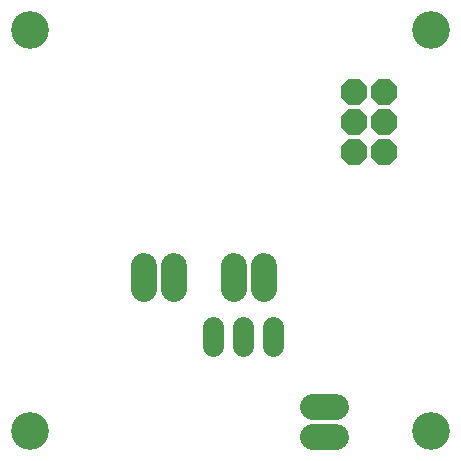
<source format=gbr>
G04 EAGLE Gerber RS-274X export*
G75*
%MOMM*%
%FSLAX34Y34*%
%LPD*%
%INSoldermask Bottom*%
%IPPOS*%
%AMOC8*
5,1,8,0,0,1.08239X$1,22.5*%
G01*
G04 Define Apertures*
%ADD10C,3.203200*%
%ADD11P,2.40204X8X112.5*%
%ADD12C,2.219200*%
%ADD13C,1.803200*%
D10*
X30000Y30000D03*
X370000Y370000D03*
X370000Y30000D03*
X30000Y370000D03*
D11*
X304800Y266700D03*
X330200Y266700D03*
X304800Y292100D03*
X330200Y292100D03*
X304800Y317500D03*
X330200Y317500D03*
D12*
X203200Y170080D02*
X203200Y149920D01*
X228600Y149920D02*
X228600Y170080D01*
X127000Y170080D02*
X127000Y149920D01*
X152400Y149920D02*
X152400Y170080D01*
X269320Y50800D02*
X289480Y50800D01*
X289480Y25400D02*
X269320Y25400D01*
D13*
X235400Y102000D02*
X235400Y118000D01*
X210000Y118000D02*
X210000Y102000D01*
X184600Y102000D02*
X184600Y118000D01*
M02*

</source>
